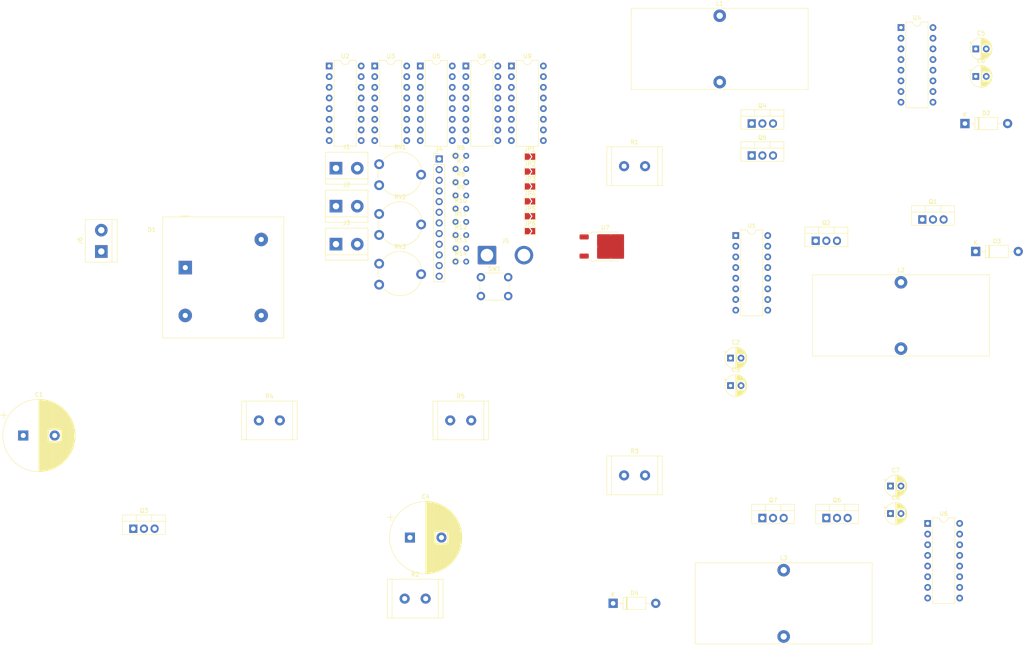
<source format=kicad_pcb>
(kicad_pcb (version 20221018) (generator pcbnew)

  (general
    (thickness 1.6)
  )

  (paper "A4")
  (layers
    (0 "F.Cu" signal)
    (31 "B.Cu" signal)
    (32 "B.Adhes" user "B.Adhesive")
    (33 "F.Adhes" user "F.Adhesive")
    (34 "B.Paste" user)
    (35 "F.Paste" user)
    (36 "B.SilkS" user "B.Silkscreen")
    (37 "F.SilkS" user "F.Silkscreen")
    (38 "B.Mask" user)
    (39 "F.Mask" user)
    (40 "Dwgs.User" user "User.Drawings")
    (41 "Cmts.User" user "User.Comments")
    (42 "Eco1.User" user "User.Eco1")
    (43 "Eco2.User" user "User.Eco2")
    (44 "Edge.Cuts" user)
    (45 "Margin" user)
    (46 "B.CrtYd" user "B.Courtyard")
    (47 "F.CrtYd" user "F.Courtyard")
    (48 "B.Fab" user)
    (49 "F.Fab" user)
    (50 "User.1" user)
    (51 "User.2" user)
    (52 "User.3" user)
    (53 "User.4" user)
    (54 "User.5" user)
    (55 "User.6" user)
    (56 "User.7" user)
    (57 "User.8" user)
    (58 "User.9" user)
  )

  (setup
    (pad_to_mask_clearance 0)
    (pcbplotparams
      (layerselection 0x00010fc_ffffffff)
      (plot_on_all_layers_selection 0x0000000_00000000)
      (disableapertmacros false)
      (usegerberextensions false)
      (usegerberattributes true)
      (usegerberadvancedattributes true)
      (creategerberjobfile true)
      (dashed_line_dash_ratio 12.000000)
      (dashed_line_gap_ratio 3.000000)
      (svgprecision 4)
      (plotframeref false)
      (viasonmask false)
      (mode 1)
      (useauxorigin false)
      (hpglpennumber 1)
      (hpglpenspeed 20)
      (hpglpendiameter 15.000000)
      (dxfpolygonmode true)
      (dxfimperialunits true)
      (dxfusepcbnewfont true)
      (psnegative false)
      (psa4output false)
      (plotreference true)
      (plotvalue true)
      (plotinvisibletext false)
      (sketchpadsonfab false)
      (subtractmaskfromsilk false)
      (outputformat 1)
      (mirror false)
      (drillshape 1)
      (scaleselection 1)
      (outputdirectory "")
    )
  )

  (net 0 "")
  (net 1 "Vunreg")
  (net 2 "GND")
  (net 3 "Net-(D3-K)")
  (net 4 "Net-(U1-VS)")
  (net 5 "+12V")
  (net 6 "Vo+")
  (net 7 "Net-(D2-K)")
  (net 8 "Net-(U4-VS)")
  (net 9 "Net-(D4-K)")
  (net 10 "Net-(U6-VS)")
  (net 11 "NEUT")
  (net 12 "ISenseIn")
  (net 13 "LINE")
  (net 14 "Vo-")
  (net 15 "OutDisableMCU")
  (net 16 "OutEn")
  (net 17 "VoOver")
  (net 18 "VoSense")
  (net 19 "ISenseOut")
  (net 20 "ISenseP3")
  (net 21 "ISenseP2")
  (net 22 "ISenseP1")
  (net 23 "SigCom3")
  (net 24 "SigCom2")
  (net 25 "SigCom1")
  (net 26 "/Phase/Vin")
  (net 27 "/Phase1/Vin")
  (net 28 "/Phase2/Vin")
  (net 29 "/Phase/Vout")
  (net 30 "/Phase1/Vout")
  (net 31 "/Phase2/Vout")
  (net 32 "Net-(U1-HO)")
  (net 33 "Net-(U1-LO)")
  (net 34 "OutEnLatched")
  (net 35 "Net-(U4-HO)")
  (net 36 "Net-(U4-LO)")
  (net 37 "Net-(U6-HO)")
  (net 38 "Net-(U6-LO)")
  (net 39 "+3.3V")
  (net 40 "VoRef")
  (net 41 "OutOvercurrentRef")
  (net 42 "OutDisable")
  (net 43 "unconnected-(RV1-Pad3)")
  (net 44 "unconnected-(RV2-Pad3)")
  (net 45 "unconnected-(RV3-Pad3)")
  (net 46 "unconnected-(U1-NC-Pad4)")
  (net 47 "unconnected-(U1-NC-Pad8)")
  (net 48 "/Phase/nSigCom")
  (net 49 "unconnected-(U1-NC-Pad14)")
  (net 50 "/Phase1/nSigCom")
  (net 51 "/Phase2/nSigCom")
  (net 52 "unconnected-(U2-Pad10)")
  (net 53 "unconnected-(U2-Pad12)")
  (net 54 "unconnected-(U2-Pad15)")
  (net 55 "OutDisableOvercurrent")
  (net 56 "unconnected-(U3D---Pad8)")
  (net 57 "unconnected-(U3D-+-Pad9)")
  (net 58 "unconnected-(U3C---Pad10)")
  (net 59 "unconnected-(U3C-+-Pad11)")
  (net 60 "unconnected-(U3-Pad13)")
  (net 61 "unconnected-(U3-Pad14)")
  (net 62 "unconnected-(U4-NC-Pad4)")
  (net 63 "unconnected-(U4-NC-Pad8)")
  (net 64 "unconnected-(U4-NC-Pad14)")
  (net 65 "unconnected-(U5-Pad1)")
  (net 66 "unconnected-(U5-Pad9)")
  (net 67 "unconnected-(U5-Pad10)")
  (net 68 "unconnected-(U6-NC-Pad4)")
  (net 69 "unconnected-(U6-NC-Pad8)")
  (net 70 "unconnected-(U6-NC-Pad14)")
  (net 71 "unconnected-(U8-Pad4)")
  (net 72 "unconnected-(U8-Pad5)")
  (net 73 "unconnected-(U8-Pad6)")
  (net 74 "unconnected-(U8-Pad8)")
  (net 75 "unconnected-(U8-Pad9)")
  (net 76 "unconnected-(U8-Pad10)")
  (net 77 "unconnected-(U8-Pad11)")
  (net 78 "unconnected-(U8-Pad12)")
  (net 79 "unconnected-(U8-Pad13)")
  (net 80 "unconnected-(U9-Pad1)")
  (net 81 "unconnected-(U9-Pad2)")
  (net 82 "unconnected-(U9-Pad3)")
  (net 83 "unconnected-(U9-Pad4)")
  (net 84 "unconnected-(U9-Pad5)")
  (net 85 "unconnected-(U9-Pad6)")
  (net 86 "unconnected-(U9-Pad8)")
  (net 87 "unconnected-(U9-Pad9)")
  (net 88 "unconnected-(U9-Pad10)")
  (net 89 "unconnected-(U9-Pad11)")
  (net 90 "unconnected-(U9-Pad12)")
  (net 91 "unconnected-(U9-Pad13)")

  (footprint "Capacitor_THT:CP_Radial_D5.0mm_P2.50mm" (layer "F.Cu") (at 246.42 31.95))

  (footprint "Package_DIP:DIP-16_W7.62mm" (layer "F.Cu") (at 103.24 29.47))

  (footprint "Resistor_THT:R_Axial_DIN0204_L3.6mm_D1.6mm_P2.54mm_Vertical" (layer "F.Cu") (at 122.49 69.77))

  (footprint "Capacitor_THT:CP_Radial_D17.0mm_P7.50mm" (layer "F.Cu") (at 111.629466 141.81))

  (footprint "Capacitor_THT:CP_Radial_D5.0mm_P2.50mm" (layer "F.Cu") (at 226.1 136.09))

  (footprint "Connector_Wire:SolderWire-2.5sqmm_1x02_P8.8mm_D2.4mm_OD4.4mm" (layer "F.Cu") (at 129.98 74.53))

  (footprint "Jumper:SolderJumper-2_P1.3mm_Open_TrianglePad1.0x1.5mm" (layer "F.Cu") (at 140.23 51.07))

  (footprint "Potentiometer_THT:Potentiometer_Piher_PT-10-V10_Vertical" (layer "F.Cu") (at 104.29 81.57))

  (footprint "Diode_THT:Diode_Bridge_GeneSiC_KBPC_W" (layer "F.Cu") (at 58.1 77.5))

  (footprint "Button_Switch_THT:SW_PUSH_6mm_H5mm" (layer "F.Cu") (at 128.53 79.78))

  (footprint "Resistor_THT:R_Axial_DIN0204_L3.6mm_D1.6mm_P2.54mm_Vertical" (layer "F.Cu") (at 122.49 66.62))

  (footprint "Capacitor_THT:CP_Radial_D5.0mm_P2.50mm" (layer "F.Cu") (at 226.1 129.54))

  (footprint "Jumper:SolderJumper-2_P1.3mm_Open_TrianglePad1.0x1.5mm" (layer "F.Cu") (at 140.23 65.27))

  (footprint "Resistor_THT:R_Radial_Power_L13.0mm_W9.0mm_P5.00mm" (layer "F.Cu") (at 162.64 127))

  (footprint "TerminalBlock:TerminalBlock_bornier-2_P5.08mm" (layer "F.Cu") (at 94 71.92))

  (footprint "Package_DIP:DIP-16_W7.62mm" (layer "F.Cu") (at 189.24 69.865))

  (footprint "TerminalBlock:TerminalBlock_bornier-2_P5.08mm" (layer "F.Cu") (at 94 53.82))

  (footprint "Resistor_THT:R_Radial_Power_L13.0mm_W9.0mm_P5.00mm" (layer "F.Cu") (at 121.22 113.91))

  (footprint "Package_TO_SOT_THT:TO-220-3_Vertical" (layer "F.Cu") (at 210.82 137.16))

  (footprint "Package_TO_SOT_THT:TO-220-3_Vertical" (layer "F.Cu") (at 208.28 71.12))

  (footprint "Package_DIP:DIP-16_W7.62mm" (layer "F.Cu") (at 124.94 29.47))

  (footprint "Resistor_THT:R_Axial_DIN0204_L3.6mm_D1.6mm_P2.54mm_Vertical" (layer "F.Cu") (at 122.49 57.17))

  (footprint "Inductor_THT:L_Toroid_Vertical_L41.9mm_W19.1mm_P15.80mm_Vishay_TJ7" (layer "F.Cu")
    (tstamp 6f624d58-b58b-4749-8072-1549de48bf52)
    (at 185.42 17.5)
    (descr "L_Toroid, Vertical series, Radial, pin pitch=15.80mm, , length*width=41.9*19.1mm^2, Vishay, TJ7, http://www.vishay.com/docs/34079/tj.pdf")
    (tags "L_Toroid Vertical series Radial pin pitch 15.80mm  length 41.9mm width 19.1mm Vishay TJ7")
    (property "Sheetfile" "phase.kicad_sch")
    (property "Sheetname" "Phase1")
    (property "ki_description" "Inductor")
    (property "ki_keywords" "inductor choke coil reactor magnetic")
    (path "/76153465-586d-444e-b340-9a8f72287311/0eade691-8676-403a-99c0-e9a3a91830c1")
    (attr through_hole)
    (fp_text reference "L1" (at 0 -2.9) (layer "F.SilkS")
        (effects (font (size 1 1) (thickness 0.15)))
      (tstamp 8cff6f36-b4a0-4775-812c-83a49a8e5201)
    )
    (fp_text value "50u" (at 0 18.7) (layer "F.Fab")
        (effects (font (size 1 1) (thickness 0.15)))
      (tstamp a5fc816a-4c2c-46d2-a866-5f600bb70de7)
    )
    (fp_text user "${REFERENCE}" (at 7.9 0) (layer "F.Fab")
        (effects (font (size 1 1) (thickness 0.15)))
      (tstamp 3c361394-4736-4202-b7d3-af44e860c372)
    )
    (fp_line (start -21.07 -1.77) (end -21.07 17.57)
      (stroke (width 0.12) (type solid)) (layer "F.SilkS") (tstamp bfa3e900-30e8-4e69-9329-c2094345c9ea))
    (fp_line (start -21.07 -1.77) (end 21.07 -1.77)
      (stroke (width 0.12) (type solid)) (layer "F.SilkS") (tstamp 46559516-d9a0-47f3-be03-5037cc1ce691))
    (fp_line (start -21.07 17.57) (end 21.07 17.57)
      (stroke (width 0.12) (type solid)) (layer "F.SilkS") (tstamp 90d13684-d669-403d-bc4e-d582a28abea5))
    (fp_line (start 21.07 -1.77) (end 21.07 17.57)
      (stroke (width 0.12) (type solid)) (layer "F.SilkS") (tstamp 1eeaff73-e6d9-42be-8601-f91bf2baf595))
    (fp_line (start -21.2 -1.91) (end -21.2 17.71)
      (stroke (width 0.05) (type solid)) (layer "F.CrtYd") (tstamp dd187f0c-cd57-4f9b-b8bc-8b4e6a90adb1))
    (fp_line (start -21.2 17.71) (end 21.2 17.71)
      (stroke (width 0.05) (type solid)) (layer "F.CrtYd") (tstamp 61c574b9-3bf8-46d2-a1bf-abff5c46ffc3))
    (fp_line (start 21.2 -1.91) (end -21.2 -1.91)
      (stroke (width 0.05) (type solid)) (layer "F.CrtYd") (tstamp 4382ecf0-921b-4c44-9872-ce6ff8486f84))
    (fp_line (start 21.2 17.71) (end 21.2 -1.91)
      (stroke (width 0.05) (type solid)) (layer "F.CrtYd") (tstamp 9d07a366-f339-46b6-8f41-83d8cadafb5d))
    (fp_line (start -20.95 -1.65) (end -20.95 17.45)
      (stroke (width 0.1) (type solid)) (layer "F.Fab") (tstamp 037c295c-72b9-439f-a4ff-792fec6f1192))
    (fp_line (start -20.95 -1.65) (end -18.855 17.45)
      (stroke (width 0.1) (type solid)) (layer "F.Fab") (tstamp ba23480d-7a79-416c-b25f-f14c6bed0024))
    (fp_line (start -20.95 17.45) (end 20.95 17.45)
      (stroke (width 0.1) (type solid)) (layer "F.Fab") (tstamp c57fa3c4-4d4f-4cd4-b0c4-2e88f349ee92))
    (fp_line (start -16.76 -1.65) (end -14.665 17.45)
      (stroke (width 0.1) (type solid)) (layer "F.Fab") (tstamp 396047b6-5197-4532-9983-f06f0404397e))
    (fp_line (start -12.57 -1.65) (end -10.475 17.45)
      (stroke (width 0.1) (type solid)) (layer "F.Fab") (tstamp ca208251-405e-423c-a7f5-329671b566c6))
    (fp_line (start -8.38 -1.65) (end -6.285 17.45)
      (stroke (width 0.1) (type solid)) (layer "F.Fab") (tstamp 25cde780-8b8b-48a7-89bb-b82ec4fe3922))
    (fp_line (sta
... [270243 chars truncated]
</source>
